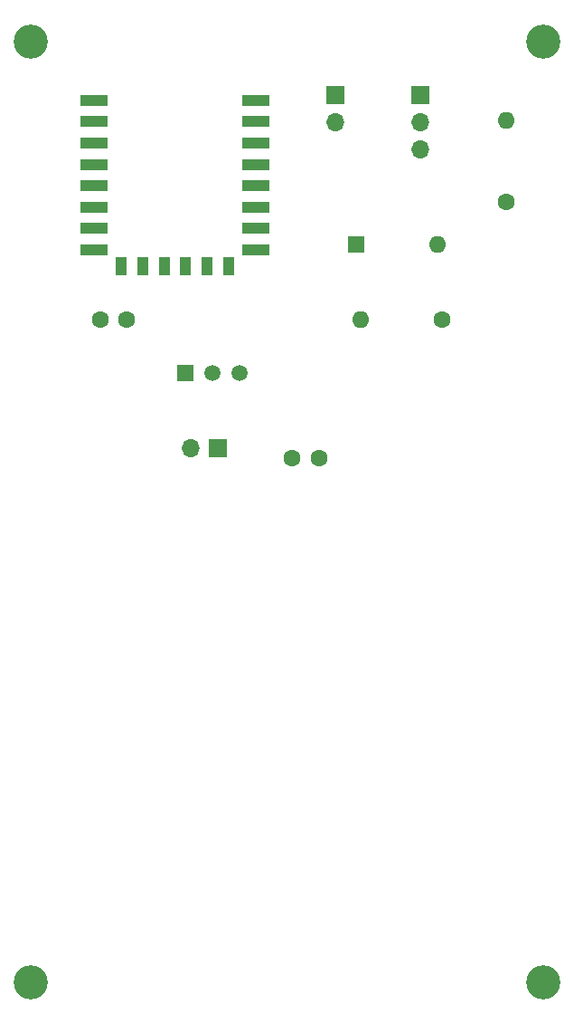
<source format=gbr>
%TF.GenerationSoftware,KiCad,Pcbnew,4.0.7*%
%TF.CreationDate,2018-04-16T11:03:50-07:00*%
%TF.ProjectId,ds18b20board,64733138623230626F6172642E6B6963,rev?*%
%TF.FileFunction,Soldermask,Top*%
%FSLAX46Y46*%
G04 Gerber Fmt 4.6, Leading zero omitted, Abs format (unit mm)*
G04 Created by KiCad (PCBNEW 4.0.7) date 04/16/18 11:03:50*
%MOMM*%
%LPD*%
G01*
G04 APERTURE LIST*
%ADD10C,0.100000*%
%ADD11C,1.600000*%
%ADD12C,1.520000*%
%ADD13R,1.520000X1.520000*%
%ADD14R,1.700000X1.700000*%
%ADD15O,1.700000X1.700000*%
%ADD16O,1.600000X1.600000*%
%ADD17R,1.600000X1.600000*%
%ADD18R,2.500000X1.000000*%
%ADD19R,1.000000X1.800000*%
%ADD20C,3.200000*%
G04 APERTURE END LIST*
D10*
D11*
X128000000Y-92500000D03*
X130500000Y-92500000D03*
X110000000Y-79500000D03*
X112500000Y-79500000D03*
D12*
X120540000Y-84500000D03*
X123080000Y-84500000D03*
D13*
X118000000Y-84500000D03*
D14*
X121000000Y-91500000D03*
D15*
X118460000Y-91500000D03*
D14*
X132000000Y-58500000D03*
D15*
X132000000Y-61040000D03*
D14*
X140000000Y-58500000D03*
D15*
X140000000Y-61040000D03*
X140000000Y-63580000D03*
D11*
X142000000Y-79500000D03*
D16*
X134380000Y-79500000D03*
D11*
X148000000Y-68500000D03*
D16*
X148000000Y-60880000D03*
D17*
X134000000Y-72500000D03*
D16*
X141620000Y-72500000D03*
D18*
X109400000Y-59000000D03*
X109400000Y-61000000D03*
X109400000Y-63000000D03*
X109400000Y-65000000D03*
X109400000Y-67000000D03*
X109400000Y-69000000D03*
X109400000Y-71000000D03*
X109400000Y-73000000D03*
D19*
X112000000Y-74500000D03*
X114000000Y-74500000D03*
X116000000Y-74500000D03*
X118000000Y-74500000D03*
X120000000Y-74500000D03*
X122000000Y-74500000D03*
D18*
X124600000Y-73000000D03*
X124600000Y-71000000D03*
X124600000Y-69000000D03*
X124600000Y-67000000D03*
X124600000Y-65000000D03*
X124600000Y-63000000D03*
X124600000Y-61000000D03*
X124600000Y-59000000D03*
D20*
X103500000Y-53500000D03*
X151500000Y-53500000D03*
X151500000Y-141500000D03*
X103500000Y-141500000D03*
M02*

</source>
